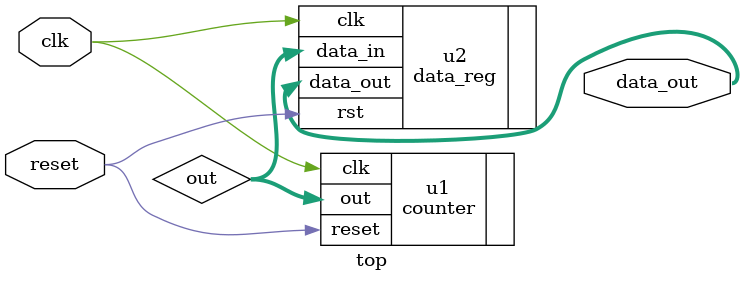
<source format=v>
module top(clk,reset,data_out); //顶层文件

input clk,reset;
output[3:0] data_out;
wire[3:0] out;		//中间变量

counter u1(.reset(reset), .out(out), .clk(clk));  //不用按顺序
data_reg u2(.rst(reset), .clk(clk), .data_in(out), .data_out(data_out));

endmodule

</source>
